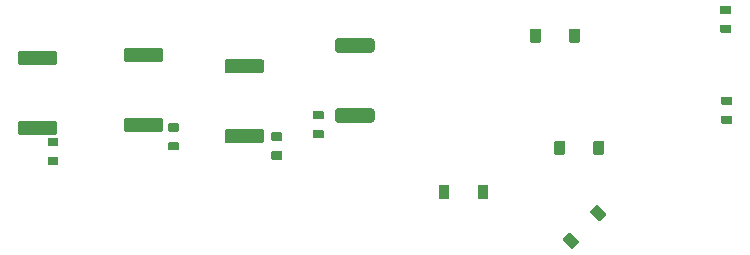
<source format=gbp>
G04 #@! TF.GenerationSoftware,KiCad,Pcbnew,7.0.9-7.0.9~ubuntu22.04.1*
G04 #@! TF.CreationDate,2023-12-28T21:10:10+00:00*
G04 #@! TF.ProjectId,uaeficopiedtovfr,75616566-6963-46f7-9069-6564746f7666,rev?*
G04 #@! TF.SameCoordinates,Original*
G04 #@! TF.FileFunction,Paste,Bot*
G04 #@! TF.FilePolarity,Positive*
%FSLAX46Y46*%
G04 Gerber Fmt 4.6, Leading zero omitted, Abs format (unit mm)*
G04 Created by KiCad (PCBNEW 7.0.9-7.0.9~ubuntu22.04.1) date 2023-12-28 21:10:10*
%MOMM*%
%LPD*%
G01*
G04 APERTURE LIST*
G04 APERTURE END LIST*
G04 #@! TO.C,R14*
G36*
G01*
X25575000Y43800000D02*
X22725000Y43800000D01*
G75*
G02*
X22475000Y44050000I0J250000D01*
G01*
X22475000Y44775000D01*
G75*
G02*
X22725000Y45025000I250000J0D01*
G01*
X25575000Y45025000D01*
G75*
G02*
X25825000Y44775000I0J-250000D01*
G01*
X25825000Y44050000D01*
G75*
G02*
X25575000Y43800000I-250000J0D01*
G01*
G37*
G36*
G01*
X25575000Y49725000D02*
X22725000Y49725000D01*
G75*
G02*
X22475000Y49975000I0J250000D01*
G01*
X22475000Y50700000D01*
G75*
G02*
X22725000Y50950000I250000J0D01*
G01*
X25575000Y50950000D01*
G75*
G02*
X25825000Y50700000I0J-250000D01*
G01*
X25825000Y49975000D01*
G75*
G02*
X25575000Y49725000I-250000J0D01*
G01*
G37*
G04 #@! TD*
G04 #@! TO.C,R12*
G36*
G01*
X34925000Y45550000D02*
X32075000Y45550000D01*
G75*
G02*
X31825000Y45800000I0J250000D01*
G01*
X31825000Y46525000D01*
G75*
G02*
X32075000Y46775000I250000J0D01*
G01*
X34925000Y46775000D01*
G75*
G02*
X35175000Y46525000I0J-250000D01*
G01*
X35175000Y45800000D01*
G75*
G02*
X34925000Y45550000I-250000J0D01*
G01*
G37*
G36*
G01*
X34925000Y51475000D02*
X32075000Y51475000D01*
G75*
G02*
X31825000Y51725000I0J250000D01*
G01*
X31825000Y52450000D01*
G75*
G02*
X32075000Y52700000I250000J0D01*
G01*
X34925000Y52700000D01*
G75*
G02*
X35175000Y52450000I0J-250000D01*
G01*
X35175000Y51725000D01*
G75*
G02*
X34925000Y51475000I-250000J0D01*
G01*
G37*
G04 #@! TD*
G04 #@! TO.C,R15*
G36*
G01*
X18540000Y43200000D02*
X17760000Y43200000D01*
G75*
G02*
X17690000Y43270000I0J70000D01*
G01*
X17690000Y43830000D01*
G75*
G02*
X17760000Y43900000I70000J0D01*
G01*
X18540000Y43900000D01*
G75*
G02*
X18610000Y43830000I0J-70000D01*
G01*
X18610000Y43270000D01*
G75*
G02*
X18540000Y43200000I-70000J0D01*
G01*
G37*
G36*
G01*
X18540000Y44800000D02*
X17760000Y44800000D01*
G75*
G02*
X17690000Y44870000I0J70000D01*
G01*
X17690000Y45430000D01*
G75*
G02*
X17760000Y45500000I70000J0D01*
G01*
X18540000Y45500000D01*
G75*
G02*
X18610000Y45430000I0J-70000D01*
G01*
X18610000Y44870000D01*
G75*
G02*
X18540000Y44800000I-70000J0D01*
G01*
G37*
G04 #@! TD*
G04 #@! TO.C,D2*
G36*
G01*
X52545000Y53435000D02*
X52545000Y52415000D01*
G75*
G02*
X52455000Y52325000I-90000J0D01*
G01*
X51735000Y52325000D01*
G75*
G02*
X51645000Y52415000I0J90000D01*
G01*
X51645000Y53435000D01*
G75*
G02*
X51735000Y53525000I90000J0D01*
G01*
X52455000Y53525000D01*
G75*
G02*
X52545000Y53435000I0J-90000D01*
G01*
G37*
G36*
G01*
X49245000Y53435000D02*
X49245000Y52415000D01*
G75*
G02*
X49155000Y52325000I-90000J0D01*
G01*
X48435000Y52325000D01*
G75*
G02*
X48345000Y52415000I0J90000D01*
G01*
X48345000Y53435000D01*
G75*
G02*
X48435000Y53525000I90000J0D01*
G01*
X49155000Y53525000D01*
G75*
G02*
X49245000Y53435000I0J-90000D01*
G01*
G37*
G04 #@! TD*
G04 #@! TO.C,D5*
G36*
G01*
X54062168Y38558417D02*
X54783417Y37837168D01*
G75*
G02*
X54783417Y37709888I-63640J-63640D01*
G01*
X54274300Y37200771D01*
G75*
G02*
X54147020Y37200771I-63640J63640D01*
G01*
X53425771Y37922020D01*
G75*
G02*
X53425771Y38049300I63640J63640D01*
G01*
X53934888Y38558417D01*
G75*
G02*
X54062168Y38558417I63640J-63640D01*
G01*
G37*
G36*
G01*
X51728716Y36224965D02*
X52449965Y35503716D01*
G75*
G02*
X52449965Y35376436I-63640J-63640D01*
G01*
X51940848Y34867319D01*
G75*
G02*
X51813568Y34867319I-63640J63640D01*
G01*
X51092319Y35588568D01*
G75*
G02*
X51092319Y35715848I63640J63640D01*
G01*
X51601436Y36224965D01*
G75*
G02*
X51728716Y36224965I63640J-63640D01*
G01*
G37*
G04 #@! TD*
G04 #@! TO.C,R30*
G36*
G01*
X65290000Y53150000D02*
X64510000Y53150000D01*
G75*
G02*
X64440000Y53220000I0J70000D01*
G01*
X64440000Y53780000D01*
G75*
G02*
X64510000Y53850000I70000J0D01*
G01*
X65290000Y53850000D01*
G75*
G02*
X65360000Y53780000I0J-70000D01*
G01*
X65360000Y53220000D01*
G75*
G02*
X65290000Y53150000I-70000J0D01*
G01*
G37*
G36*
G01*
X65290000Y54750000D02*
X64510000Y54750000D01*
G75*
G02*
X64440000Y54820000I0J70000D01*
G01*
X64440000Y55380000D01*
G75*
G02*
X64510000Y55450000I70000J0D01*
G01*
X65290000Y55450000D01*
G75*
G02*
X65360000Y55380000I0J-70000D01*
G01*
X65360000Y54820000D01*
G75*
G02*
X65290000Y54750000I-70000J0D01*
G01*
G37*
G04 #@! TD*
G04 #@! TO.C,R9*
G36*
G01*
X30790000Y44225000D02*
X30010000Y44225000D01*
G75*
G02*
X29940000Y44295000I0J70000D01*
G01*
X29940000Y44855000D01*
G75*
G02*
X30010000Y44925000I70000J0D01*
G01*
X30790000Y44925000D01*
G75*
G02*
X30860000Y44855000I0J-70000D01*
G01*
X30860000Y44295000D01*
G75*
G02*
X30790000Y44225000I-70000J0D01*
G01*
G37*
G36*
G01*
X30790000Y45825000D02*
X30010000Y45825000D01*
G75*
G02*
X29940000Y45895000I0J70000D01*
G01*
X29940000Y46455000D01*
G75*
G02*
X30010000Y46525000I70000J0D01*
G01*
X30790000Y46525000D01*
G75*
G02*
X30860000Y46455000I0J-70000D01*
G01*
X30860000Y45895000D01*
G75*
G02*
X30790000Y45825000I-70000J0D01*
G01*
G37*
G04 #@! TD*
G04 #@! TO.C,R18*
G36*
G01*
X17025000Y44750000D02*
X14175000Y44750000D01*
G75*
G02*
X13925000Y45000000I0J250000D01*
G01*
X13925000Y45725000D01*
G75*
G02*
X14175000Y45975000I250000J0D01*
G01*
X17025000Y45975000D01*
G75*
G02*
X17275000Y45725000I0J-250000D01*
G01*
X17275000Y45000000D01*
G75*
G02*
X17025000Y44750000I-250000J0D01*
G01*
G37*
G36*
G01*
X17025000Y50675000D02*
X14175000Y50675000D01*
G75*
G02*
X13925000Y50925000I0J250000D01*
G01*
X13925000Y51650000D01*
G75*
G02*
X14175000Y51900000I250000J0D01*
G01*
X17025000Y51900000D01*
G75*
G02*
X17275000Y51650000I0J-250000D01*
G01*
X17275000Y50925000D01*
G75*
G02*
X17025000Y50675000I-250000J0D01*
G01*
G37*
G04 #@! TD*
G04 #@! TO.C,R29*
G36*
G01*
X65390000Y45450000D02*
X64610000Y45450000D01*
G75*
G02*
X64540000Y45520000I0J70000D01*
G01*
X64540000Y46080000D01*
G75*
G02*
X64610000Y46150000I70000J0D01*
G01*
X65390000Y46150000D01*
G75*
G02*
X65460000Y46080000I0J-70000D01*
G01*
X65460000Y45520000D01*
G75*
G02*
X65390000Y45450000I-70000J0D01*
G01*
G37*
G36*
G01*
X65390000Y47050000D02*
X64610000Y47050000D01*
G75*
G02*
X64540000Y47120000I0J70000D01*
G01*
X64540000Y47680000D01*
G75*
G02*
X64610000Y47750000I70000J0D01*
G01*
X65390000Y47750000D01*
G75*
G02*
X65460000Y47680000I0J-70000D01*
G01*
X65460000Y47120000D01*
G75*
G02*
X65390000Y47050000I-70000J0D01*
G01*
G37*
G04 #@! TD*
G04 #@! TO.C,D3*
G36*
G01*
X54600000Y43935000D02*
X54600000Y42915000D01*
G75*
G02*
X54510000Y42825000I-90000J0D01*
G01*
X53790000Y42825000D01*
G75*
G02*
X53700000Y42915000I0J90000D01*
G01*
X53700000Y43935000D01*
G75*
G02*
X53790000Y44025000I90000J0D01*
G01*
X54510000Y44025000D01*
G75*
G02*
X54600000Y43935000I0J-90000D01*
G01*
G37*
G36*
G01*
X51300000Y43935000D02*
X51300000Y42915000D01*
G75*
G02*
X51210000Y42825000I-90000J0D01*
G01*
X50490000Y42825000D01*
G75*
G02*
X50400000Y42915000I0J90000D01*
G01*
X50400000Y43935000D01*
G75*
G02*
X50490000Y44025000I90000J0D01*
G01*
X51210000Y44025000D01*
G75*
G02*
X51300000Y43935000I0J-90000D01*
G01*
G37*
G04 #@! TD*
G04 #@! TO.C,D4*
G36*
G01*
X44795000Y40210000D02*
X44795000Y39190000D01*
G75*
G02*
X44705000Y39100000I-90000J0D01*
G01*
X43985000Y39100000D01*
G75*
G02*
X43895000Y39190000I0J90000D01*
G01*
X43895000Y40210000D01*
G75*
G02*
X43985000Y40300000I90000J0D01*
G01*
X44705000Y40300000D01*
G75*
G02*
X44795000Y40210000I0J-90000D01*
G01*
G37*
G36*
G01*
X41495000Y40210000D02*
X41495000Y39190000D01*
G75*
G02*
X41405000Y39100000I-90000J0D01*
G01*
X40685000Y39100000D01*
G75*
G02*
X40595000Y39190000I0J90000D01*
G01*
X40595000Y40210000D01*
G75*
G02*
X40685000Y40300000I90000J0D01*
G01*
X41405000Y40300000D01*
G75*
G02*
X41495000Y40210000I0J-90000D01*
G01*
G37*
G04 #@! TD*
G04 #@! TO.C,R10*
G36*
G01*
X8340000Y41975000D02*
X7560000Y41975000D01*
G75*
G02*
X7490000Y42045000I0J70000D01*
G01*
X7490000Y42605000D01*
G75*
G02*
X7560000Y42675000I70000J0D01*
G01*
X8340000Y42675000D01*
G75*
G02*
X8410000Y42605000I0J-70000D01*
G01*
X8410000Y42045000D01*
G75*
G02*
X8340000Y41975000I-70000J0D01*
G01*
G37*
G36*
G01*
X8340000Y43575000D02*
X7560000Y43575000D01*
G75*
G02*
X7490000Y43645000I0J70000D01*
G01*
X7490000Y44205000D01*
G75*
G02*
X7560000Y44275000I70000J0D01*
G01*
X8340000Y44275000D01*
G75*
G02*
X8410000Y44205000I0J-70000D01*
G01*
X8410000Y43645000D01*
G75*
G02*
X8340000Y43575000I-70000J0D01*
G01*
G37*
G04 #@! TD*
G04 #@! TO.C,R13*
G36*
G01*
X8075000Y44500000D02*
X5225000Y44500000D01*
G75*
G02*
X4975000Y44750000I0J250000D01*
G01*
X4975000Y45475000D01*
G75*
G02*
X5225000Y45725000I250000J0D01*
G01*
X8075000Y45725000D01*
G75*
G02*
X8325000Y45475000I0J-250000D01*
G01*
X8325000Y44750000D01*
G75*
G02*
X8075000Y44500000I-250000J0D01*
G01*
G37*
G36*
G01*
X8075000Y50425000D02*
X5225000Y50425000D01*
G75*
G02*
X4975000Y50675000I0J250000D01*
G01*
X4975000Y51400000D01*
G75*
G02*
X5225000Y51650000I250000J0D01*
G01*
X8075000Y51650000D01*
G75*
G02*
X8325000Y51400000I0J-250000D01*
G01*
X8325000Y50675000D01*
G75*
G02*
X8075000Y50425000I-250000J0D01*
G01*
G37*
G04 #@! TD*
G04 #@! TO.C,R11*
G36*
G01*
X27290000Y42425000D02*
X26510000Y42425000D01*
G75*
G02*
X26440000Y42495000I0J70000D01*
G01*
X26440000Y43055000D01*
G75*
G02*
X26510000Y43125000I70000J0D01*
G01*
X27290000Y43125000D01*
G75*
G02*
X27360000Y43055000I0J-70000D01*
G01*
X27360000Y42495000D01*
G75*
G02*
X27290000Y42425000I-70000J0D01*
G01*
G37*
G36*
G01*
X27290000Y44025000D02*
X26510000Y44025000D01*
G75*
G02*
X26440000Y44095000I0J70000D01*
G01*
X26440000Y44655000D01*
G75*
G02*
X26510000Y44725000I70000J0D01*
G01*
X27290000Y44725000D01*
G75*
G02*
X27360000Y44655000I0J-70000D01*
G01*
X27360000Y44095000D01*
G75*
G02*
X27290000Y44025000I-70000J0D01*
G01*
G37*
G04 #@! TD*
M02*

</source>
